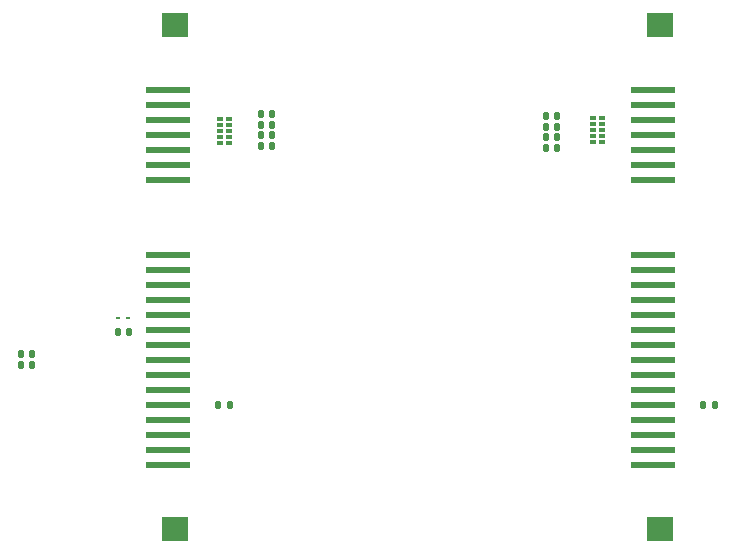
<source format=gbp>
%TF.GenerationSoftware,KiCad,Pcbnew,(5.99.0-12650-g5c402a64ab)*%
%TF.CreationDate,2021-10-24T00:02:36+01:00*%
%TF.ProjectId,Pintry-X2,50696e74-7279-42d5-9832-2e6b69636164,rev?*%
%TF.SameCoordinates,Original*%
%TF.FileFunction,Paste,Bot*%
%TF.FilePolarity,Positive*%
%FSLAX46Y46*%
G04 Gerber Fmt 4.6, Leading zero omitted, Abs format (unit mm)*
G04 Created by KiCad (PCBNEW (5.99.0-12650-g5c402a64ab)) date 2021-10-24 00:02:36*
%MOMM*%
%LPD*%
G01*
G04 APERTURE LIST*
G04 Aperture macros list*
%AMRoundRect*
0 Rectangle with rounded corners*
0 $1 Rounding radius*
0 $2 $3 $4 $5 $6 $7 $8 $9 X,Y pos of 4 corners*
0 Add a 4 corners polygon primitive as box body*
4,1,4,$2,$3,$4,$5,$6,$7,$8,$9,$2,$3,0*
0 Add four circle primitives for the rounded corners*
1,1,$1+$1,$2,$3*
1,1,$1+$1,$4,$5*
1,1,$1+$1,$6,$7*
1,1,$1+$1,$8,$9*
0 Add four rect primitives between the rounded corners*
20,1,$1+$1,$2,$3,$4,$5,0*
20,1,$1+$1,$4,$5,$6,$7,0*
20,1,$1+$1,$6,$7,$8,$9,0*
20,1,$1+$1,$8,$9,$2,$3,0*%
G04 Aperture macros list end*
%ADD10R,2.200000X2.100000*%
%ADD11R,3.800000X0.600000*%
%ADD12RoundRect,0.140000X0.140000X0.170000X-0.140000X0.170000X-0.140000X-0.170000X0.140000X-0.170000X0*%
%ADD13RoundRect,0.140000X-0.140000X-0.170000X0.140000X-0.170000X0.140000X0.170000X-0.140000X0.170000X0*%
%ADD14R,0.550000X0.300000*%
%ADD15R,0.550000X0.400000*%
%ADD16R,0.360000X0.250000*%
%ADD17RoundRect,0.135000X-0.135000X-0.185000X0.135000X-0.185000X0.135000X0.185000X-0.135000X0.185000X0*%
G04 APERTURE END LIST*
D10*
%TO.C,J10*%
X154450000Y-138650000D03*
X154450000Y-181350000D03*
D11*
X153850000Y-158095000D03*
X153850000Y-159365000D03*
X153850000Y-160635000D03*
X153850000Y-161905000D03*
X153850000Y-163175000D03*
X153850000Y-164445000D03*
X153850000Y-165715000D03*
X153850000Y-166985000D03*
X153850000Y-168255000D03*
X153850000Y-169525000D03*
X153850000Y-170795000D03*
X153850000Y-172065000D03*
X153850000Y-173335000D03*
X153850000Y-174605000D03*
X153850000Y-175875000D03*
X153850000Y-144125000D03*
X153850000Y-145395000D03*
X153850000Y-146665000D03*
X153850000Y-147935000D03*
X153850000Y-149205000D03*
X153850000Y-150475000D03*
X153850000Y-151745000D03*
%TD*%
D12*
%TO.C,C48*%
X121600000Y-148900000D03*
X120640000Y-148900000D03*
%TD*%
%TO.C,C47*%
X121600000Y-148000000D03*
X120640000Y-148000000D03*
%TD*%
D13*
%TO.C,C53*%
X144770000Y-148150000D03*
X145730000Y-148150000D03*
%TD*%
%TO.C,C52*%
X144770000Y-147250000D03*
X145730000Y-147250000D03*
%TD*%
D10*
%TO.C,J9*%
X113350000Y-138650000D03*
X113350000Y-181350000D03*
D11*
X112750000Y-158095000D03*
X112750000Y-159365000D03*
X112750000Y-160635000D03*
X112750000Y-161905000D03*
X112750000Y-163175000D03*
X112750000Y-164445000D03*
X112750000Y-165715000D03*
X112750000Y-166985000D03*
X112750000Y-168255000D03*
X112750000Y-169525000D03*
X112750000Y-170795000D03*
X112750000Y-172065000D03*
X112750000Y-173335000D03*
X112750000Y-174605000D03*
X112750000Y-175875000D03*
X112750000Y-144125000D03*
X112750000Y-145395000D03*
X112750000Y-146665000D03*
X112750000Y-147935000D03*
X112750000Y-149205000D03*
X112750000Y-150475000D03*
X112750000Y-151745000D03*
%TD*%
D14*
%TO.C,U11*%
X117985000Y-146600000D03*
X117985000Y-147100000D03*
D15*
X117985000Y-147600000D03*
D14*
X117985000Y-148100000D03*
X117985000Y-148600000D03*
X117215000Y-148600000D03*
X117215000Y-148100000D03*
D15*
X117215000Y-147600000D03*
D14*
X117215000Y-147100000D03*
X117215000Y-146600000D03*
%TD*%
%TO.C,U12*%
X149535000Y-146550000D03*
X149535000Y-147050000D03*
D15*
X149535000Y-147550000D03*
D14*
X149535000Y-148050000D03*
X149535000Y-148550000D03*
X148765000Y-148550000D03*
X148765000Y-148050000D03*
D15*
X148765000Y-147550000D03*
D14*
X148765000Y-147050000D03*
X148765000Y-146550000D03*
%TD*%
D12*
%TO.C,C45*%
X121600000Y-146200000D03*
X120640000Y-146200000D03*
%TD*%
D16*
%TO.C,D20*%
X108580000Y-163450000D03*
X109420000Y-163450000D03*
%TD*%
D13*
%TO.C,C54*%
X144770000Y-149050000D03*
X145730000Y-149050000D03*
%TD*%
%TO.C,C41*%
X108520000Y-164625000D03*
X109480000Y-164625000D03*
%TD*%
%TO.C,C1*%
X100320000Y-166500000D03*
X101280000Y-166500000D03*
%TD*%
D12*
%TO.C,C46*%
X121600000Y-147100000D03*
X120640000Y-147100000D03*
%TD*%
D17*
%TO.C,R34*%
X158040000Y-170800000D03*
X159060000Y-170800000D03*
%TD*%
%TO.C,R33*%
X116990000Y-170800000D03*
X118010000Y-170800000D03*
%TD*%
D13*
%TO.C,C3*%
X100320000Y-167450000D03*
X101280000Y-167450000D03*
%TD*%
%TO.C,C51*%
X144770000Y-146350000D03*
X145730000Y-146350000D03*
%TD*%
M02*

</source>
